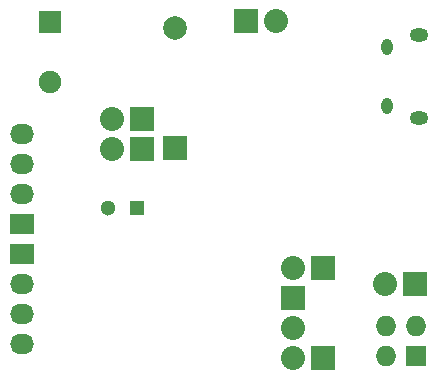
<source format=gbr>
G04 #@! TF.FileFunction,Soldermask,Bot*
%FSLAX46Y46*%
G04 Gerber Fmt 4.6, Leading zero omitted, Abs format (unit mm)*
G04 Created by KiCad (PCBNEW 4.0.1-stable) date 07/06/2016 1:51:26 PM*
%MOMM*%
G01*
G04 APERTURE LIST*
%ADD10C,0.100000*%
%ADD11R,1.727200X1.727200*%
%ADD12O,1.727200X1.727200*%
%ADD13R,2.032000X2.032000*%
%ADD14O,2.032000X2.032000*%
%ADD15C,1.300000*%
%ADD16R,1.300000X1.300000*%
%ADD17C,1.998980*%
%ADD18R,1.998980X1.998980*%
%ADD19R,1.905000X1.905000*%
%ADD20C,1.905000*%
%ADD21R,2.032000X1.727200*%
%ADD22O,2.032000X1.727200*%
%ADD23O,0.950000X1.400000*%
%ADD24O,1.550000X1.200000*%
G04 APERTURE END LIST*
D10*
D11*
X113795000Y-124307600D03*
D12*
X111255000Y-124307600D03*
X113795000Y-121767600D03*
X111255000Y-121767600D03*
D13*
X103378000Y-119380000D03*
D14*
X103378000Y-121920000D03*
D13*
X113706100Y-118224300D03*
D14*
X111166100Y-118224300D03*
D15*
X87670000Y-111760000D03*
D16*
X90170000Y-111760000D03*
D17*
X93342460Y-96520000D03*
D18*
X93342460Y-106680000D03*
D19*
X82753200Y-95973900D03*
D20*
X82753200Y-101053900D03*
D13*
X105918000Y-124460000D03*
D14*
X103378000Y-124460000D03*
D21*
X80444800Y-113157000D03*
D22*
X80444800Y-110617000D03*
X80444800Y-108077000D03*
X80444800Y-105537000D03*
D13*
X105918000Y-116840000D03*
D14*
X103378000Y-116840000D03*
D21*
X80444800Y-115697000D03*
D22*
X80444800Y-118237000D03*
X80444800Y-120777000D03*
X80444800Y-123317000D03*
D13*
X90604800Y-106807000D03*
D14*
X88064800Y-106807000D03*
D13*
X90604800Y-104267000D03*
D14*
X88064800Y-104267000D03*
D13*
X99339400Y-95935800D03*
D14*
X101879400Y-95935800D03*
D23*
X111340460Y-103110300D03*
X111340460Y-98110300D03*
D24*
X114040460Y-104110300D03*
X114040460Y-97110300D03*
M02*

</source>
